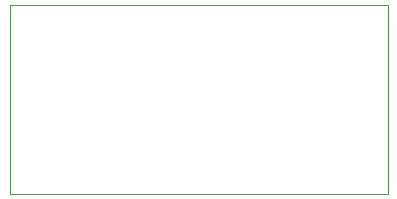
<source format=gbr>
G04 #@! TF.GenerationSoftware,KiCad,Pcbnew,5.1.4+dfsg1-1*
G04 #@! TF.CreationDate,2019-11-09T04:53:54-08:00*
G04 #@! TF.ProjectId,pmod-level-conv,706d6f64-2d6c-4657-9665-6c2d636f6e76,rev?*
G04 #@! TF.SameCoordinates,PX5095e20PY5204180*
G04 #@! TF.FileFunction,Profile,NP*
%FSLAX46Y46*%
G04 Gerber Fmt 4.6, Leading zero omitted, Abs format (unit mm)*
G04 Created by KiCad (PCBNEW 5.1.4+dfsg1-1) date 2019-11-09 04:53:54*
%MOMM*%
%LPD*%
G04 APERTURE LIST*
%ADD10C,0.050000*%
G04 APERTURE END LIST*
D10*
X0Y0D02*
X0Y16000000D01*
X32000000Y0D02*
X0Y0D01*
X32000000Y16000000D02*
X32000000Y0D01*
X0Y16000000D02*
X32000000Y16000000D01*
M02*

</source>
